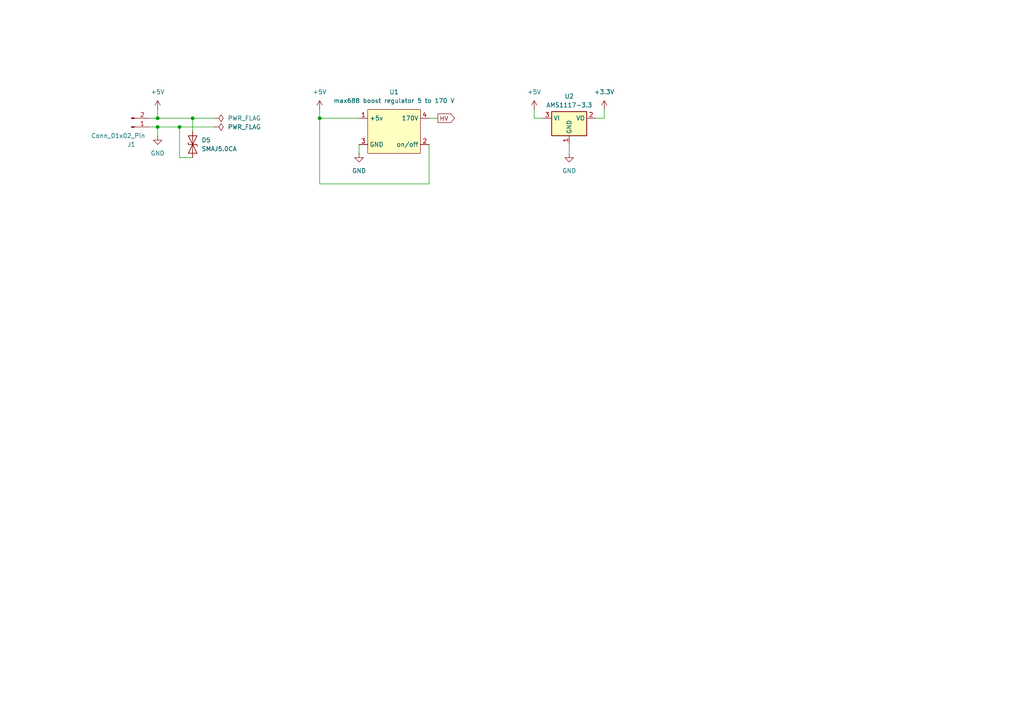
<source format=kicad_sch>
(kicad_sch (version 20231120) (generator "eeschema") (generator_version "8.0")
  (paper "A4")
  (lib_symbols
    (symbol "Connector:Conn_01x02_Pin" (pin_names (offset 1.016) hide)
      (property "Reference" "J" (at 0 2.54 0))
      (property "Value" "Conn_01x02_Pin" (at 0 -5.08 0))
      (symbol "Conn_01x02_Pin_1_1"
        (polyline (pts (xy 1.27 -2.54) (xy 0.8636 -2.54)) (stroke (width 0.1524)))
        (polyline (pts (xy 1.27 0) (xy 0.8636 0)) (stroke (width 0.1524)))
        (rectangle (start 0.8636 -2.413) (end 0 -2.667) (stroke (width 0.1524)) (fill (type outline)))
        (rectangle (start 0.8636 0.127) (end 0 -0.127) (stroke (width 0.1524)) (fill (type outline)))
        (pin passive line (at 5.08 0 180) (length 3.81) (name "Pin_1") (number "1"))
        (pin passive line (at 5.08 -2.54 180) (length 3.81) (name "Pin_2") (number "2"))
      )
    )
    (symbol "Diode:SMAJ5.0CA" (pin_numbers hide) (pin_names (offset 1.016) hide)
      (property "Reference" "D" (at 0 2.54 0))
      (property "Value" "SMAJ5.0CA" (at 0 -2.54 0))
      (symbol "SMAJ5.0CA_0_1"
        (polyline (pts (xy 1.27 0) (xy -1.27 0)))
        (polyline (pts (xy -2.54 -1.27) (xy 0 0) (xy -2.54 1.27) (xy -2.54 -1.27)) (stroke (width 0.2032)))
        (polyline (pts (xy 0.508 1.27) (xy 0 1.27) (xy 0 -1.27) (xy -0.508 -1.27)) (stroke (width 0.2032)))
        (polyline (pts (xy 2.54 1.27) (xy 2.54 -1.27) (xy 0 0) (xy 2.54 1.27)) (stroke (width 0.2032)))
      )
      (symbol "SMAJ5.0CA_1_1"
        (pin passive line (at -3.81 0 0) (length 2.54) (name "A1") (number "1"))
        (pin passive line (at 3.81 0 180) (length 2.54) (name "A2") (number "2"))
      )
    )
    (symbol "Regulator_Linear:AMS1117-3.3"
      (property "Reference" "U" (at -3.81 3.175 0))
      (property "Value" "AMS1117-3.3" (at 0 3.175 0))
      (symbol "AMS1117-3.3_0_1"
        (rectangle (start -5.08 -5.08) (end 5.08 1.905) (stroke (width 0.254)) (fill (type background)))
      )
      (symbol "AMS1117-3.3_1_1"
        (pin power_in line (at 0 -7.62 90) (length 2.54) (name "GND") (number "1"))
        (pin power_out line (at 7.62 0 180) (length 2.54) (name "VO") (number "2"))
        (pin power_in line (at -7.62 0 0) (length 2.54) (name "VI") (number "3"))
      )
    )
    (symbol "power:+3.3V" (power) (pin_numbers hide) (pin_names (offset 0) hide)
      (property "Value" "+3.3V" (at 0 3.556 0))
      (symbol "+3.3V_0_1"
        (polyline (pts (xy -0.762 1.27) (xy 0 2.54)))
        (polyline (pts (xy 0 0) (xy 0 2.54)))
        (polyline (pts (xy 0 2.54) (xy 0.762 1.27)))
      )
      (symbol "+3.3V_1_1"
        (pin power_in line (at 0 0 90) (length 0) (name "~") (number "1"))
      )
    )
    (symbol "power:+5V" (power) (pin_numbers hide) (pin_names (offset 0) hide)
      (property "Value" "+5V" (at 0 3.556 0))
      (symbol "+5V_0_1"
        (polyline (pts (xy -0.762 1.27) (xy 0 2.54)))
        (polyline (pts (xy 0 0) (xy 0 2.54)))
        (polyline (pts (xy 0 2.54) (xy 0.762 1.27)))
      )
      (symbol "+5V_1_1"
        (pin power_in line (at 0 0 90) (length 0) (name "~") (number "1"))
      )
    )
    (symbol "power:GND" (power) (pin_numbers hide) (pin_names (offset 0) hide)
      (property "Value" "GND" (at 0 -3.81 0))
      (symbol "GND_0_1"
        (polyline (pts (xy 0 0) (xy 0 -1.27) (xy 1.27 -1.27) (xy 0 -2.54) (xy -1.27 -1.27) (xy 0 -1.27)))
      )
      (symbol "GND_1_1"
        (pin power_in line (at 0 0 270) (length 0) (name "~") (number "1"))
      )
    )
    (symbol "power:PWR_FLAG" (power) (pin_numbers hide) (pin_names (offset 0) hide)
      (property "Value" "PWR_FLAG" (at 0 3.81 0))
      (symbol "PWR_FLAG_0_0"
        (pin power_out line (at 0 0 90) (length 0) (name "~") (number "1"))
      )
      (symbol "PWR_FLAG_0_1"
        (polyline (pts (xy 0 0) (xy 0 1.27) (xy -1.016 1.905) (xy 0 2.54) (xy 1.016 1.905) (xy 0 1.27)))
      )
    )
    (symbol "project_library:max688_boost_regulator_5_to_170_V"
      (property "Reference" "U" (at -6.35 11.43 0))
      (property "Value" "max688 boost regulator 5 to 170 V" (at 0 8.89 0))
      (symbol "max688_boost_regulator_5_to_170_V_1_1"
        (rectangle (start -7.62 6.35) (end 7.62 -6.35) (fill (type background)))
        (pin power_in line (at -10.16 3.81 0) (length 2.54) (name "+5v") (number "1"))
        (pin input line (at 10.16 -3.81 180) (length 2.54) (name "on/off") (number "2"))
        (pin power_in line (at -10.16 -3.81 0) (length 2.54) (name "GND") (number "3"))
        (pin power_out line (at 10.16 3.81 180) (length 2.54) (name "170V") (number "4"))
      )
    )
  )
  (junction (at 52.07 36.83))
  (junction (at 45.72 34.29))
  (junction (at 92.71 34.29))
  (junction (at 45.72 36.83))
  (junction (at 55.88 34.29))
  (wire (pts (xy 43.18 36.83) (xy 45.72 36.83)))
  (wire (pts (xy 55.88 34.29) (xy 62.23 34.29)))
  (wire (pts (xy 92.71 31.75) (xy 92.71 34.29)))
  (wire (pts (xy 45.72 36.83) (xy 45.72 39.37)))
  (wire (pts (xy 92.71 53.34) (xy 92.71 34.29)))
  (wire (pts (xy 154.94 34.29) (xy 157.48 34.29)))
  (wire (pts (xy 175.26 34.29) (xy 175.26 31.75)))
  (wire (pts (xy 52.07 36.83) (xy 62.23 36.83)))
  (wire (pts (xy 92.71 34.29) (xy 104.14 34.29)))
  (wire (pts (xy 124.46 34.29) (xy 127 34.29)))
  (wire (pts (xy 124.46 41.91) (xy 124.46 53.34)))
  (wire (pts (xy 154.94 31.75) (xy 154.94 34.29)))
  (wire (pts (xy 43.18 34.29) (xy 45.72 34.29)))
  (wire (pts (xy 55.88 38.1) (xy 55.88 34.29)))
  (wire (pts (xy 104.14 44.45) (xy 104.14 41.91)))
  (wire (pts (xy 45.72 36.83) (xy 52.07 36.83)))
  (wire (pts (xy 165.1 41.91) (xy 165.1 44.45)))
  (wire (pts (xy 124.46 53.34) (xy 92.71 53.34)))
  (wire (pts (xy 55.88 45.72) (xy 52.07 45.72)))
  (wire (pts (xy 172.72 34.29) (xy 175.26 34.29)))
  (wire (pts (xy 45.72 34.29) (xy 55.88 34.29)))
  (wire (pts (xy 45.72 34.29) (xy 45.72 31.75)))
  (wire (pts (xy 52.07 45.72) (xy 52.07 36.83)))
  (global_label "HV" (shape output) (at 127 34.29 0) (property "Intersheetrefs" "${INTERSHEET_REFS}" (effects (hide yes))))
  (symbol (lib_id "Diode:SMAJ5.0CA") (at 55.88 41.91 90) (unit 1)
    (property "Reference" "D5" (at 58.42 40.64 90) (effects (justify right)))
    (property "Value" "SMAJ5.0CA" (at 58.42 43.18 90) (effects (justify right)))
    (property "Footprint" "Diode_SMD:D_SMA" (effects (hide yes)))
    (property "Datasheet" "https://www.littelfuse.com/media?resourcetype=datasheets&itemid=75e32973-b177-4ee3-a0ff-cedaf1abdb93&filename=smaj-datasheet" (effects (hide yes)))
  )
  (symbol (lib_id "power:PWR_FLAG") (at 62.23 36.83 270) (unit 1)
    (property "Reference" "#FLG01" (effects (hide yes)))
    (property "Value" "PWR_FLAG" (at 66.04 36.83 90) (effects (justify left)))
    (property "Description" "Special symbol for telling ERC where power comes from" (effects (hide yes)))
  )
  (symbol (lib_id "power:+5V") (at 154.94 31.75 0) (unit 1)
    (property "Reference" "#PWR03" (effects (hide yes)))
    (property "Value" "+5V" (at 154.94 26.67 0))
    (property "Description" "Power symbol creates a global label with name \"+5V\"" (effects (hide yes)))
  )
  (symbol (lib_id "power:+3.3V") (at 175.26 31.75 0) (unit 1)
    (property "Reference" "#PWR05" (effects (hide yes)))
    (property "Value" "+3.3V" (at 175.26 26.67 0))
    (property "Description" "Power symbol creates a global label with name \"+3.3V\"" (effects (hide yes)))
  )
  (symbol (lib_id "project_library:max688_boost_regulator_5_to_170_V") (at 114.3 38.1 0) (unit 1)
    (property "Reference" "U1" (at 114.3 26.67 0))
    (property "Value" "max688 boost regulator 5 to 170 V" (at 114.3 29.21 0))
    (property "Footprint" "project_library:max668_boost_regulator" (effects (hide yes)))
  )
  (symbol (lib_id "power:GND") (at 165.1 44.45 0) (unit 1)
    (property "Reference" "#PWR04" (effects (hide yes)))
    (property "Value" "GND" (at 165.1 49.53 0))
    (property "Description" "Power symbol creates a global label with name \"GND\" , ground" (effects (hide yes)))
  )
  (symbol (lib_id "power:PWR_FLAG") (at 62.23 34.29 270) (unit 1)
    (property "Reference" "#FLG02" (effects (hide yes)))
    (property "Value" "PWR_FLAG" (at 66.04 34.29 90) (effects (justify left)))
    (property "Description" "Special symbol for telling ERC where power comes from" (effects (hide yes)))
  )
  (symbol (lib_id "power:GND") (at 45.72 39.37 0) (unit 1)
    (property "Reference" "#PWR07" (effects (hide yes)))
    (property "Value" "GND" (at 45.72 44.45 0))
    (property "Description" "Power symbol creates a global label with name \"GND\" , ground" (effects (hide yes)))
  )
  (symbol (lib_id "power:GND") (at 104.14 44.45 0) (unit 1)
    (property "Reference" "#PWR02" (effects (hide yes)))
    (property "Value" "GND" (at 104.14 49.53 0))
    (property "Description" "Power symbol creates a global label with name \"GND\" , ground" (effects (hide yes)))
  )
  (symbol (lib_id "power:+5V") (at 92.71 31.75 0) (unit 1)
    (property "Reference" "#PWR01" (effects (hide yes)))
    (property "Value" "+5V" (at 92.71 26.67 0))
    (property "Description" "Power symbol creates a global label with name \"+5V\"" (effects (hide yes)))
  )
  (symbol (lib_id "Connector:Conn_01x02_Pin") (at 38.1 36.83 0) (mirror x) (unit 1)
    (property "Reference" "J1" (at 38.1 41.91 0))
    (property "Value" "Conn_01x02_Pin" (at 34.29 39.37 0))
    (property "Footprint" "Connector_JST:JST_EH_B2B-EH-A_1x02_P2.50mm_Vertical" (effects (hide yes)))
  )
  (symbol (lib_id "Regulator_Linear:AMS1117-3.3") (at 165.1 34.29 0) (unit 1)
    (property "Reference" "U2" (at 165.1 27.94 0))
    (property "Value" "AMS1117-3.3" (at 165.1 30.48 0))
    (property "Footprint" "Package_TO_SOT_SMD:SOT-223-3_TabPin2" (effects (hide yes)))
    (property "Datasheet" "http://www.advanced-monolithic.com/pdf/ds1117.pdf" (effects (hide yes)))
  )
  (symbol (lib_id "power:+5V") (at 45.72 31.75 0) (unit 1)
    (property "Reference" "#PWR06" (effects (hide yes)))
    (property "Value" "+5V" (at 45.72 26.67 0))
    (property "Description" "Power symbol creates a global label with name \"+5V\"" (effects (hide yes)))
  )
)
</source>
